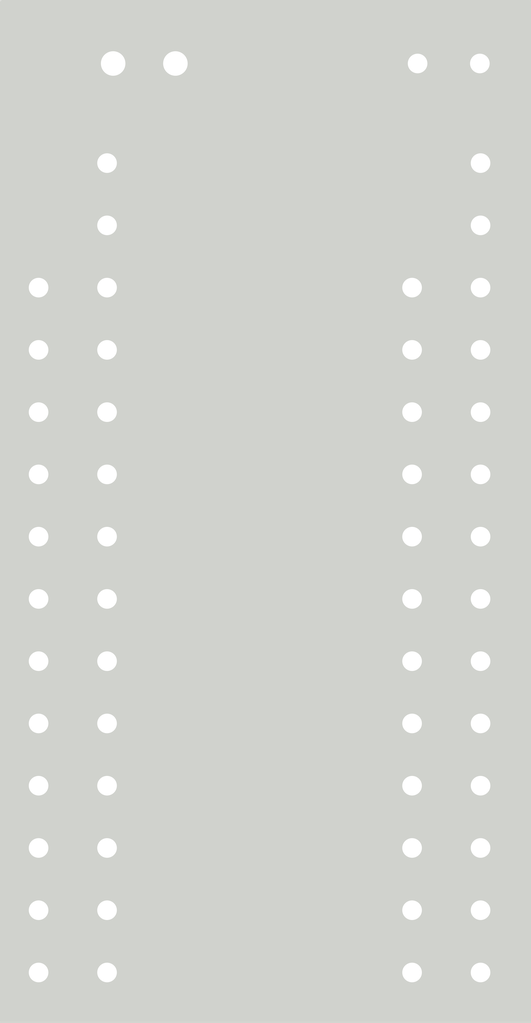
<source format=kicad_pcb>
(kicad_pcb (version 20221018) (generator pcbnew)
  (layers (0 "F.Cu" signal) (31 "B.Cu" signal) (34 "B.Paste" user) (35 "F.Paste" user) (36 "B.SilkS" user "B.Silkscreen") (37 "F.SilkS" user "F.Silkscreen") (38 "B.Mask" user) (39 "F.Mask" user) (44 "Edge.Cuts" user))
  (net 0 "")
  (net 1 "A07")
  (net 2 "A06")
  (net 3 "A05")
  (net 4 "A04")
  (net 5 "A03")
  (net 6 "A02")
  (net 7 "A01")
  (net 8 "A00")
  (net 9 "D0")
  (net 10 "D1")
  (net 11 "D2")
  (net 12 "GND")
  (net 13 "D3")
  (net 14 "D4")
  (net 15 "D5")
  (net 16 "D6")
  (net 17 "D7")
  (net 18 "~{CE}")
  (net 19 "A10")
  (net 20 "~{OE}")
  (net 21 "A11")
  (net 22 "A09")
  (net 23 "A08")
  (net 24 "VCC")
  (net 25 "Net-(J2-Pin_2)")
  (footprint "Connector_PinHeader_2.54mm:PinHeader_1x02_P2.54mm_Vertical" (layer "F.Cu") (at 148.839 58.928 90)
    (fp_text reference "J3" hide)
    (fp_text value "A12")
    (fp_line (start -1.33 -1.33) (end 0 -1.33) (stroke (width 0.12)) (layer "F.SilkS"))
    (fp_line (start -1.33 0) (end -1.33 -1.33) (stroke (width 0.12)) (layer "F.SilkS"))
    (fp_line (start -1.33 1.27) (end -1.33 3.87) (stroke (width 0.12)) (layer "F.SilkS"))
    (fp_line (start -1.33 1.27) (end 1.33 1.27) (stroke (width 0.12)) (layer "F.SilkS"))
    (fp_line (start -1.33 3.87) (end 1.33 3.87) (stroke (width 0.12)) (layer "F.SilkS"))
    (fp_line (start 1.33 1.27) (end 1.33 3.87) (stroke (width 0.12)) (layer "F.SilkS"))
    (pad "1" thru_hole rect (at 0 0 90) (size 1.7 1.7) (drill 1) (layers "*.Cu" "*.Mask") (net 12 "GND"))
    (pad "2" thru_hole oval (at 0 2.54 90) (size 1.7 1.7) (drill 1) (layers "*.Cu" "*.Mask") (net 25 "Net-(J2-Pin_2)"))
  )
  (footprint "Package_DIP:DIP-24_W15.24mm" (layer "F.Cu") (at 145.796 68.072)
    (fp_text reference "J1" hide)
    (fp_text value "2732")
    (fp_line (start 1.16 -1.33) (end 1.16 29.27) (stroke (width 0.12)) (layer "F.SilkS"))
    (fp_line (start 1.16 29.27) (end 14.08 29.27) (stroke (width 0.12)) (layer "F.SilkS"))
    (fp_line (start 6.62 -1.33) (end 1.16 -1.33) (stroke (width 0.12)) (layer "F.SilkS"))
    (fp_line (start 14.08 -1.33) (end 8.62 -1.33) (stroke (width 0.12)) (layer "F.SilkS"))
    (fp_line (start 14.08 29.27) (end 14.08 -1.33) (stroke (width 0.12)) (layer "F.SilkS"))
    (fp_arc (start 8.62 -1.33) (mid 7.62 -0.33) (end 6.62 -1.33) (stroke (width 0.12)) (layer "F.SilkS"))
    (pad "1" thru_hole rect (at 0 0) (size 1.6 1.6) (drill 0.8) (layers "*.Cu" "*.Mask") (net 1 "A07"))
    (pad "2" thru_hole oval (at 0 2.54) (size 1.6 1.6) (drill 0.8) (layers "*.Cu" "*.Mask") (net 2 "A06"))
    (pad "3" thru_hole oval (at 0 5.08) (size 1.6 1.6) (drill 0.8) (layers "*.Cu" "*.Mask") (net 3 "A05"))
    (pad "4" thru_hole oval (at 0 7.62) (size 1.6 1.6) (drill 0.8) (layers "*.Cu" "*.Mask") (net 4 "A04"))
    (pad "5" thru_hole oval (at 0 10.16) (size 1.6 1.6) (drill 0.8) (layers "*.Cu" "*.Mask") (net 5 "A03"))
    (pad "6" thru_hole oval (at 0 12.7) (size 1.6 1.6) (drill 0.8) (layers "*.Cu" "*.Mask") (net 6 "A02"))
    (pad "7" thru_hole oval (at 0 15.24) (size 1.6 1.6) (drill 0.8) (layers "*.Cu" "*.Mask") (net 7 "A01"))
    (pad "8" thru_hole oval (at 0 17.78) (size 1.6 1.6) (drill 0.8) (layers "*.Cu" "*.Mask") (net 8 "A00"))
    (pad "9" thru_hole oval (at 0 20.32) (size 1.6 1.6) (drill 0.8) (layers "*.Cu" "*.Mask") (net 9 "D0"))
    (pad "10" thru_hole oval (at 0 22.86) (size 1.6 1.6) (drill 0.8) (layers "*.Cu" "*.Mask") (net 10 "D1"))
    (pad "11" thru_hole oval (at 0 25.4) (size 1.6 1.6) (drill 0.8) (layers "*.Cu" "*.Mask") (net 11 "D2"))
    (pad "12" thru_hole oval (at 0 27.94) (size 1.6 1.6) (drill 0.8) (layers "*.Cu" "*.Mask") (net 12 "GND"))
    (pad "13" thru_hole oval (at 15.24 27.94) (size 1.6 1.6) (drill 0.8) (layers "*.Cu" "*.Mask") (net 13 "D3"))
    (pad "14" thru_hole oval (at 15.24 25.4) (size 1.6 1.6) (drill 0.8) (layers "*.Cu" "*.Mask") (net 14 "D4"))
    (pad "15" thru_hole oval (at 15.24 22.86) (size 1.6 1.6) (drill 0.8) (layers "*.Cu" "*.Mask") (net 15 "D5"))
    (pad "16" thru_hole oval (at 15.24 20.32) (size 1.6 1.6) (drill 0.8) (layers "*.Cu" "*.Mask") (net 16 "D6"))
    (pad "17" thru_hole oval (at 15.24 17.78) (size 1.6 1.6) (drill 0.8) (layers "*.Cu" "*.Mask") (net 17 "D7"))
    (pad "18" thru_hole oval (at 15.24 15.24) (size 1.6 1.6) (drill 0.8) (layers "*.Cu" "*.Mask") (net 18 "~{CE}"))
    (pad "19" thru_hole oval (at 15.24 12.7) (size 1.6 1.6) (drill 0.8) (layers "*.Cu" "*.Mask") (net 19 "A10"))
    (pad "20" thru_hole oval (at 15.24 10.16) (size 1.6 1.6) (drill 0.8) (layers "*.Cu" "*.Mask") (net 20 "~{OE}"))
    (pad "21" thru_hole oval (at 15.24 7.62) (size 1.6 1.6) (drill 0.8) (layers "*.Cu" "*.Mask") (net 21 "A11"))
    (pad "22" thru_hole oval (at 15.24 5.08) (size 1.6 1.6) (drill 0.8) (layers "*.Cu" "*.Mask") (net 22 "A09"))
    (pad "23" thru_hole oval (at 15.24 2.54) (size 1.6 1.6) (drill 0.8) (layers "*.Cu" "*.Mask") (net 23 "A08"))
    (pad "24" thru_hole oval (at 15.24 0) (size 1.6 1.6) (drill 0.8) (layers "*.Cu" "*.Mask") (net 24 "VCC"))
  )
  (footprint "Resistor_THT:R_Axial_DIN0207_L6.3mm_D2.5mm_P2.54mm_Vertical" (layer "F.Cu") (at 161.261 58.928)
    (fp_text reference "R1" hide)
    (fp_text value "10KΩ")
    (fp_line (start 1.37 0) (end 1.44 0) (stroke (width 0.12)) (layer "F.SilkS"))
    (fp_circle (center 0 0) (end 1.37 0) (stroke (width 0.12)) (fill none) (layer "F.SilkS"))
    (pad "1" thru_hole circle (at 0 0) (size 1.6 1.6) (drill 0.8) (layers "*.Cu" "*.Mask") (net 25 "Net-(J2-Pin_2)"))
    (pad "2" thru_hole oval (at 2.54 0) (size 1.6 1.6) (drill 0.8) (layers "*.Cu" "*.Mask") (net 24 "VCC"))
  )
  (footprint "Package_DIP:DIP-28_W15.24mm_Socket" (layer "F.Cu") (at 148.59 62.992)
    (fp_text reference "J2" hide)
    (fp_text value "2764")
    (fp_line (start -1.33 -1.39) (end -1.33 34.41) (stroke (width 0.12)) (layer "F.SilkS"))
    (fp_line (start -1.33 34.41) (end 16.57 34.41) (stroke (width 0.12)) (layer "F.SilkS"))
    (fp_line (start 1.16 -1.33) (end 1.16 34.35) (stroke (width 0.12)) (layer "F.SilkS"))
    (fp_line (start 1.16 34.35) (end 14.08 34.35) (stroke (width 0.12)) (layer "F.SilkS"))
    (fp_line (start 6.62 -1.33) (end 1.16 -1.33) (stroke (width 0.12)) (layer "F.SilkS"))
    (fp_line (start 14.08 -1.33) (end 8.62 -1.33) (stroke (width 0.12)) (layer "F.SilkS"))
    (fp_line (start 14.08 34.35) (end 14.08 -1.33) (stroke (width 0.12)) (layer "F.SilkS"))
    (fp_line (start 16.57 -1.39) (end -1.33 -1.39) (stroke (width 0.12)) (layer "F.SilkS"))
    (fp_line (start 16.57 34.41) (end 16.57 -1.39) (stroke (width 0.12)) (layer "F.SilkS"))
    (fp_arc (start 8.62 -1.33) (mid 7.62 -0.33) (end 6.62 -1.33) (stroke (width 0.12)) (layer "F.SilkS"))
    (pad "1" thru_hole rect (at 0 0) (size 1.6 1.6) (drill 0.8) (layers "*.Cu" "*.Mask") (net 24 "VCC"))
    (pad "2" thru_hole oval (at 0 2.54) (size 1.6 1.6) (drill 0.8) (layers "*.Cu" "*.Mask") (net 25 "Net-(J2-Pin_2)"))
    (pad "3" thru_hole oval (at 0 5.08) (size 1.6 1.6) (drill 0.8) (layers "*.Cu" "*.Mask") (net 1 "A07"))
    (pad "4" thru_hole oval (at 0 7.62) (size 1.6 1.6) (drill 0.8) (layers "*.Cu" "*.Mask") (net 2 "A06"))
    (pad "5" thru_hole oval (at 0 10.16) (size 1.6 1.6) (drill 0.8) (layers "*.Cu" "*.Mask") (net 3 "A05"))
    (pad "6" thru_hole oval (at 0 12.7) (size 1.6 1.6) (drill 0.8) (layers "*.Cu" "*.Mask") (net 4 "A04"))
    (pad "7" thru_hole oval (at 0 15.24) (size 1.6 1.6) (drill 0.8) (layers "*.Cu" "*.Mask") (net 5 "A03"))
    (pad "8" thru_hole oval (at 0 17.78) (size 1.6 1.6) (drill 0.8) (layers "*.Cu" "*.Mask") (net 6 "A02"))
    (pad "9" thru_hole oval (at 0 20.32) (size 1.6 1.6) (drill 0.8) (layers "*.Cu" "*.Mask") (net 7 "A01"))
    (pad "10" thru_hole oval (at 0 22.86) (size 1.6 1.6) (drill 0.8) (layers "*.Cu" "*.Mask") (net 8 "A00"))
    (pad "11" thru_hole oval (at 0 25.4) (size 1.6 1.6) (drill 0.8) (layers "*.Cu" "*.Mask") (net 9 "D0"))
    (pad "12" thru_hole oval (at 0 27.94) (size 1.6 1.6) (drill 0.8) (layers "*.Cu" "*.Mask") (net 10 "D1"))
    (pad "13" thru_hole oval (at 0 30.48) (size 1.6 1.6) (drill 0.8) (layers "*.Cu" "*.Mask") (net 11 "D2"))
    (pad "14" thru_hole oval (at 0 33.02) (size 1.6 1.6) (drill 0.8) (layers "*.Cu" "*.Mask") (net 12 "GND"))
    (pad "15" thru_hole oval (at 15.24 33.02) (size 1.6 1.6) (drill 0.8) (layers "*.Cu" "*.Mask") (net 13 "D3"))
    (pad "16" thru_hole oval (at 15.24 30.48) (size 1.6 1.6) (drill 0.8) (layers "*.Cu" "*.Mask") (net 14 "D4"))
    (pad "17" thru_hole oval (at 15.24 27.94) (size 1.6 1.6) (drill 0.8) (layers "*.Cu" "*.Mask") (net 15 "D5"))
    (pad "18" thru_hole oval (at 15.24 25.4) (size 1.6 1.6) (drill 0.8) (layers "*.Cu" "*.Mask") (net 16 "D6"))
    (pad "19" thru_hole oval (at 15.24 22.86) (size 1.6 1.6) (drill 0.8) (layers "*.Cu" "*.Mask") (net 17 "D7"))
    (pad "20" thru_hole oval (at 15.24 20.32) (size 1.6 1.6) (drill 0.8) (layers "*.Cu" "*.Mask") (net 18 "~{CE}"))
    (pad "21" thru_hole oval (at 15.24 17.78) (size 1.6 1.6) (drill 0.8) (layers "*.Cu" "*.Mask") (net 19 "A10"))
    (pad "22" thru_hole oval (at 15.24 15.24) (size 1.6 1.6) (drill 0.8) (layers "*.Cu" "*.Mask") (net 20 "~{OE}"))
    (pad "23" thru_hole oval (at 15.24 12.7) (size 1.6 1.6) (drill 0.8) (layers "*.Cu" "*.Mask") (net 21 "A11"))
    (pad "24" thru_hole oval (at 15.24 10.16) (size 1.6 1.6) (drill 0.8) (layers "*.Cu" "*.Mask") (net 22 "A09"))
    (pad "25" thru_hole oval (at 15.24 7.62) (size 1.6 1.6) (drill 0.8) (layers "*.Cu" "*.Mask") (net 23 "A08"))
    (pad "26" thru_hole oval (at 15.24 5.08) (size 1.6 1.6) (drill 0.8) (layers "*.Cu" "*.Mask"))
    (pad "27" thru_hole oval (at 15.24 2.54) (size 1.6 1.6) (drill 0.8) (layers "*.Cu" "*.Mask") (net 24 "VCC"))
    (pad "28" thru_hole oval (at 15.24 0) (size 1.6 1.6) (drill 0.8) (layers "*.Cu" "*.Mask") (net 24 "VCC"))
  )
  (gr_rect (start 144.272 56.388) (end 165.862 98.044) (stroke (width 0.1)) (fill none) (layer "Edge.Cuts"))
  (gr_text "2732-to-2764 Converter\nBrett Hallen\nAug 2024" (at 159.258 96.774 90) (layer "F.SilkS") (effects (font (size 1 1) (thickness 0.1875)) (justify left bottom)))
  (segment (start 145.796 68.072) (end 148.59 68.072) (width 0.25) (layer "B.Cu") (net 1))
  (segment (start 145.796 70.612) (end 148.59 70.612) (width 0.25) (layer "B.Cu") (net 2))
  (segment (start 145.796 73.152) (end 148.59 73.152) (width 0.25) (layer "B.Cu") (net 3))
  (segment (start 145.796 75.692) (end 148.59 75.692) (width 0.25) (layer "B.Cu") (net 4))
  (segment (start 145.796 78.232) (end 148.59 78.232) (width 0.25) (layer "B.Cu") (net 5))
  (segment (start 145.796 80.772) (end 148.59 80.772) (width 0.25) (layer "B.Cu") (net 6))
  (segment (start 145.796 83.312) (end 148.59 83.312) (width 0.25) (layer "B.Cu") (net 7))
  (segment (start 145.796 85.852) (end 148.59 85.852) (width 0.25) (layer "B.Cu") (net 8))
  (segment (start 145.796 88.392) (end 148.59 88.392) (width 0.25) (layer "B.Cu") (net 9))
  (segment (start 145.796 90.932) (end 148.59 90.932) (width 0.25) (layer "B.Cu") (net 10))
  (segment (start 145.796 93.472) (end 148.59 93.472) (width 0.25) (layer "B.Cu") (net 11))
  (segment (start 148.8718 94.8851) (end 149.7169 94.04) (width 0.25) (layer "F.Cu") (net 12))
  (segment (start 148.59 96.012) (end 148.59 94.8851) (width 0.25) (layer "F.Cu") (net 12))
  (segment (start 148.59 94.8851) (end 148.8718 94.8851) (width 0.25) (layer "F.Cu") (net 12))
  (segment (start 149.7169 94.04) (end 149.7169 60.9828) (width 0.25) (layer "F.Cu") (net 12))
  (segment (start 148.839 58.928) (end 148.839 60.1049) (width 0.25) (layer "F.Cu") (net 12))
  (segment (start 149.7169 60.9828) (end 148.839 60.1049) (width 0.25) (layer "F.Cu") (net 12))
  (segment (start 145.796 96.012) (end 148.59 96.012) (width 0.25) (layer "B.Cu") (net 12))
  (segment (start 161.036 96.012) (end 163.83 96.012) (width 0.25) (layer "B.Cu") (net 13))
  (segment (start 161.036 93.472) (end 163.83 93.472) (width 0.25) (layer "B.Cu") (net 14))
  (segment (start 161.036 90.932) (end 163.83 90.932) (width 0.25) (layer "B.Cu") (net 15))
  (segment (start 161.036 88.392) (end 163.83 88.392) (width 0.25) (layer "B.Cu") (net 16))
  (segment (start 161.036 85.852) (end 163.83 85.852) (width 0.25) (layer "B.Cu") (net 17))
  (segment (start 161.036 83.312) (end 163.83 83.312) (width 0.25) (layer "B.Cu") (net 18))
  (segment (start 161.036 80.772) (end 163.83 80.772) (width 0.25) (layer "B.Cu") (net 19))
  (segment (start 161.036 78.232) (end 163.83 78.232) (width 0.25) (layer "B.Cu") (net 20))
  (segment (start 161.036 75.692) (end 163.83 75.692) (width 0.25) (layer "B.Cu") (net 21))
  (segment (start 161.036 73.152) (end 163.83 73.152) (width 0.25) (layer "B.Cu") (net 22))
  (segment (start 161.036 70.612) (end 163.83 70.612) (width 0.25) (layer "B.Cu") (net 23))
  (segment (start 163.801 58.928) (end 163.801 60.0549) (width 0.25) (layer "F.Cu") (net 24))
  (segment (start 163.83 60.0839) (end 163.801 60.0549) (width 0.25) (layer "F.Cu") (net 24))
  (segment (start 163.83 62.992) (end 163.83 60.0839) (width 0.25) (layer "F.Cu") (net 24))
  (segment (start 163.83 65.532) (end 163.83 62.992) (width 0.25) (layer "F.Cu") (net 24))
  (segment (start 163.576 66.6589) (end 163.83 66.6589) (width 0.25) (layer "B.Cu") (net 24))
  (segment (start 161.036 68.072) (end 162.1629 68.072) (width 0.25) (layer "B.Cu") (net 24))
  (segment (start 148.2591 66.802) (end 158.6391 66.802) (width 0.25) (layer "B.Cu") (net 24))
  (segment (start 163.83 65.532) (end 163.83 66.6589) (width 0.25) (layer "B.Cu") (net 24))
  (segment (start 147.4456 64.1364) (end 147.4456 65.9885) (width 0.25) (layer "B.Cu") (net 24))
  (segment (start 158.6391 66.802) (end 159.9091 68.072) (width 0.25) (layer "B.Cu") (net 24))
  (segment (start 161.036 68.072) (end 159.9091 68.072) (width 0.25) (layer "B.Cu") (net 24))
  (segment (start 148.59 62.992) (end 147.4456 64.1364) (width 0.25) (layer "B.Cu") (net 24))
  (segment (start 147.4456 65.9885) (end 148.2591 66.802) (width 0.25) (layer "B.Cu") (net 24))
  (segment (start 162.1629 68.072) (end 163.576 66.6589) (width 0.25) (layer "B.Cu") (net 24))
  (segment (start 151.379 62.3204) (end 151.379 58.928) (width 0.25) (layer "B.Cu") (net 25))
  (segment (start 151.379 58.928) (end 161.261 58.928) (width 0.25) (layer "B.Cu") (net 25))
  (segment (start 148.59 64.4051) (end 149.2943 64.4051) (width 0.25) (layer "B.Cu") (net 25))
  (segment (start 148.59 65.532) (end 148.59 64.4051) (width 0.25) (layer "B.Cu") (net 25))
  (segment (start 149.2943 64.4051) (end 151.379 62.3204) (width 0.25) (layer "B.Cu") (net 25))
  (zone (net 0) (net_name "") (layer "Edge.Cuts") (connect_pads (clearance 0.5)) (min_thickness 0.25) (fill yes (thermal_gap 0.5) (thermal_bridge_width 0.5))
    (polygon (pts (xy 144.272 98.044) (xy 144.272 56.388) (xy 165.862 56.388) (xy 165.862 98.044)))
  )
)
</source>
